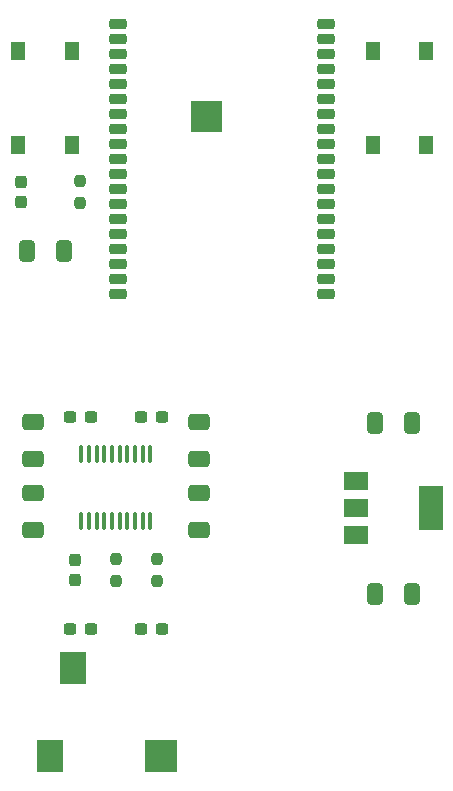
<source format=gbr>
%TF.GenerationSoftware,KiCad,Pcbnew,(6.0.0)*%
%TF.CreationDate,2022-10-20T10:52:43+02:00*%
%TF.ProjectId,ESP-input,4553502d-696e-4707-9574-2e6b69636164,rev?*%
%TF.SameCoordinates,Original*%
%TF.FileFunction,Paste,Top*%
%TF.FilePolarity,Positive*%
%FSLAX46Y46*%
G04 Gerber Fmt 4.6, Leading zero omitted, Abs format (unit mm)*
G04 Created by KiCad (PCBNEW (6.0.0)) date 2022-10-20 10:52:43*
%MOMM*%
%LPD*%
G01*
G04 APERTURE LIST*
G04 Aperture macros list*
%AMRoundRect*
0 Rectangle with rounded corners*
0 $1 Rounding radius*
0 $2 $3 $4 $5 $6 $7 $8 $9 X,Y pos of 4 corners*
0 Add a 4 corners polygon primitive as box body*
4,1,4,$2,$3,$4,$5,$6,$7,$8,$9,$2,$3,0*
0 Add four circle primitives for the rounded corners*
1,1,$1+$1,$2,$3*
1,1,$1+$1,$4,$5*
1,1,$1+$1,$6,$7*
1,1,$1+$1,$8,$9*
0 Add four rect primitives between the rounded corners*
20,1,$1+$1,$2,$3,$4,$5,0*
20,1,$1+$1,$4,$5,$6,$7,0*
20,1,$1+$1,$6,$7,$8,$9,0*
20,1,$1+$1,$8,$9,$2,$3,0*%
G04 Aperture macros list end*
%ADD10C,0.010000*%
%ADD11RoundRect,0.213900X-0.511100X-0.251100X0.511100X-0.251100X0.511100X0.251100X-0.511100X0.251100X0*%
%ADD12RoundRect,0.213900X0.511100X0.251100X-0.511100X0.251100X-0.511100X-0.251100X0.511100X-0.251100X0*%
%ADD13RoundRect,0.237500X-0.237500X0.250000X-0.237500X-0.250000X0.237500X-0.250000X0.237500X0.250000X0*%
%ADD14R,2.000000X1.500000*%
%ADD15R,2.000000X3.800000*%
%ADD16RoundRect,0.100000X0.100000X-0.637500X0.100000X0.637500X-0.100000X0.637500X-0.100000X-0.637500X0*%
%ADD17RoundRect,0.237500X-0.237500X0.300000X-0.237500X-0.300000X0.237500X-0.300000X0.237500X0.300000X0*%
%ADD18R,1.300000X1.550000*%
%ADD19RoundRect,0.250000X-0.650000X0.412500X-0.650000X-0.412500X0.650000X-0.412500X0.650000X0.412500X0*%
%ADD20RoundRect,0.250000X0.412500X0.650000X-0.412500X0.650000X-0.412500X-0.650000X0.412500X-0.650000X0*%
%ADD21RoundRect,0.237500X0.300000X0.237500X-0.300000X0.237500X-0.300000X-0.237500X0.300000X-0.237500X0*%
%ADD22RoundRect,0.250000X-0.412500X-0.650000X0.412500X-0.650000X0.412500X0.650000X-0.412500X0.650000X0*%
%ADD23R,2.200000X2.800000*%
%ADD24R,2.800000X2.800000*%
%ADD25RoundRect,0.250000X0.650000X-0.412500X0.650000X0.412500X-0.650000X0.412500X-0.650000X-0.412500X0*%
G04 APERTURE END LIST*
D10*
%TO.C,A1*%
X92351530Y-84265000D02*
X94885000Y-84265000D01*
X94885000Y-84265000D02*
X94885000Y-86796044D01*
X94885000Y-86796044D02*
X92351530Y-86796044D01*
X92351530Y-86796044D02*
X92351530Y-84265000D01*
G36*
X94885000Y-86796044D02*
G01*
X92351530Y-86796044D01*
X92351530Y-84265000D01*
X94885000Y-84265000D01*
X94885000Y-86796044D01*
G37*
X94885000Y-86796044D02*
X92351530Y-86796044D01*
X92351530Y-84265000D01*
X94885000Y-84265000D01*
X94885000Y-86796044D01*
%TD*%
D11*
%TO.C,A1*%
X86190000Y-77740000D03*
X86190000Y-79010000D03*
X86190000Y-80280000D03*
X86190000Y-81550000D03*
X86190000Y-82820000D03*
X86190000Y-84090000D03*
X86190000Y-85360000D03*
X86190000Y-86630000D03*
X86190000Y-87900000D03*
X86190000Y-89170000D03*
X86190000Y-90440000D03*
X86190000Y-91710000D03*
X86190000Y-92980000D03*
X86190000Y-94250000D03*
X86190000Y-95520000D03*
X86190000Y-96790000D03*
X86190000Y-98060000D03*
X86190000Y-99330000D03*
X86190000Y-100600000D03*
D12*
X103810000Y-100600000D03*
X103810000Y-99330000D03*
X103810000Y-98060000D03*
X103810000Y-96790000D03*
X103810000Y-95520000D03*
X103810000Y-94250000D03*
X103810000Y-92980000D03*
X103810000Y-91710000D03*
X103810000Y-90440000D03*
X103810000Y-89170000D03*
X103810000Y-87900000D03*
X103810000Y-86630000D03*
X103810000Y-85360000D03*
X103810000Y-84090000D03*
X103810000Y-82820000D03*
X103810000Y-81550000D03*
X103810000Y-80280000D03*
X103810000Y-79010000D03*
X103810000Y-77740000D03*
%TD*%
D13*
%TO.C,R1*%
X83000000Y-91087500D03*
X83000000Y-92912500D03*
%TD*%
D14*
%TO.C,U2*%
X106350000Y-116450000D03*
X106350000Y-118750000D03*
D15*
X112650000Y-118750000D03*
D14*
X106350000Y-121050000D03*
%TD*%
D16*
%TO.C,U1*%
X83075000Y-114137500D03*
X83725000Y-114137500D03*
X84375000Y-114137500D03*
X85025000Y-114137500D03*
X85675000Y-114137500D03*
X86325000Y-114137500D03*
X86975000Y-114137500D03*
X87625000Y-114137500D03*
X88275000Y-114137500D03*
X88925000Y-114137500D03*
X88925000Y-119862500D03*
X88275000Y-119862500D03*
X87625000Y-119862500D03*
X86975000Y-119862500D03*
X86325000Y-119862500D03*
X85675000Y-119862500D03*
X85025000Y-119862500D03*
X84375000Y-119862500D03*
X83725000Y-119862500D03*
X83075000Y-119862500D03*
%TD*%
D17*
%TO.C,C3*%
X82500000Y-124862500D03*
X82500000Y-123137500D03*
%TD*%
D18*
%TO.C,SW2*%
X112250000Y-80025000D03*
X112250000Y-87975000D03*
X107750000Y-80025000D03*
X107750000Y-87975000D03*
%TD*%
D19*
%TO.C,C10*%
X93000000Y-114562500D03*
X93000000Y-111437500D03*
%TD*%
D20*
%TO.C,C4*%
X81562500Y-97000000D03*
X78437500Y-97000000D03*
%TD*%
D21*
%TO.C,C11*%
X82137500Y-129000000D03*
X83862500Y-129000000D03*
%TD*%
D22*
%TO.C,C14*%
X107937500Y-126000000D03*
X111062500Y-126000000D03*
%TD*%
D21*
%TO.C,C12*%
X88137500Y-129000000D03*
X89862500Y-129000000D03*
%TD*%
D18*
%TO.C,SW1*%
X77750000Y-80025000D03*
X77750000Y-87975000D03*
X82250000Y-80025000D03*
X82250000Y-87975000D03*
%TD*%
D21*
%TO.C,C5*%
X82137500Y-111000000D03*
X83862500Y-111000000D03*
%TD*%
D22*
%TO.C,C15*%
X111062500Y-111500000D03*
X107937500Y-111500000D03*
%TD*%
D13*
%TO.C,R2*%
X86000000Y-124912500D03*
X86000000Y-123087500D03*
%TD*%
D23*
%TO.C,J1*%
X82400000Y-132300000D03*
X80400000Y-139700000D03*
D24*
X89800000Y-139700000D03*
%TD*%
D25*
%TO.C,C9*%
X79000000Y-117437500D03*
X79000000Y-120562500D03*
%TD*%
D13*
%TO.C,R3*%
X89500000Y-124912500D03*
X89500000Y-123087500D03*
%TD*%
D17*
%TO.C,C7*%
X78000000Y-91137500D03*
X78000000Y-92862500D03*
%TD*%
D19*
%TO.C,C2*%
X93000000Y-120562500D03*
X93000000Y-117437500D03*
%TD*%
%TO.C,C8*%
X79000000Y-114562500D03*
X79000000Y-111437500D03*
%TD*%
D21*
%TO.C,C13*%
X88137500Y-111000000D03*
X89862500Y-111000000D03*
%TD*%
M02*

</source>
